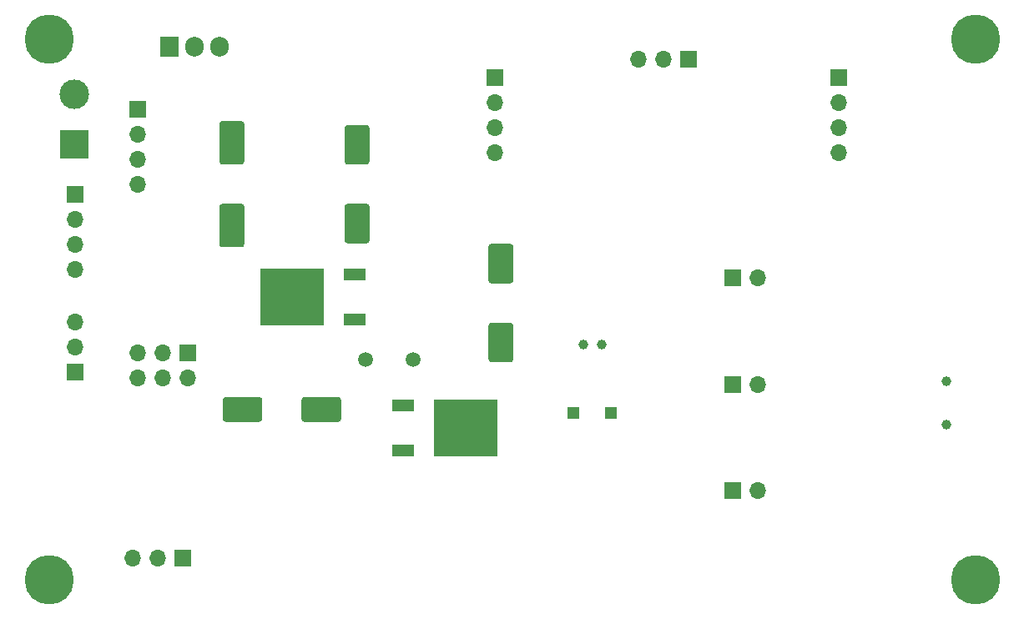
<source format=gbs>
G04 #@! TF.GenerationSoftware,KiCad,Pcbnew,(5.1.10)-1*
G04 #@! TF.CreationDate,2021-09-04T13:32:15+03:00*
G04 #@! TF.ProjectId,amp_control_board,616d705f-636f-46e7-9472-6f6c5f626f61,rev?*
G04 #@! TF.SameCoordinates,Original*
G04 #@! TF.FileFunction,Soldermask,Bot*
G04 #@! TF.FilePolarity,Negative*
%FSLAX46Y46*%
G04 Gerber Fmt 4.6, Leading zero omitted, Abs format (unit mm)*
G04 Created by KiCad (PCBNEW (5.1.10)-1) date 2021-09-04 13:32:15*
%MOMM*%
%LPD*%
G01*
G04 APERTURE LIST*
%ADD10C,1.000000*%
%ADD11C,5.000000*%
%ADD12O,1.700000X1.700000*%
%ADD13R,1.700000X1.700000*%
%ADD14R,3.000000X3.000000*%
%ADD15C,3.000000*%
%ADD16R,2.200000X1.200000*%
%ADD17R,6.400000X5.800000*%
%ADD18R,1.905000X2.000000*%
%ADD19O,1.905000X2.000000*%
%ADD20C,1.500000*%
%ADD21R,1.200000X1.200000*%
G04 APERTURE END LIST*
D10*
X221107000Y-103845000D03*
X221107000Y-108245000D03*
D11*
X224028000Y-123952000D03*
X130048000Y-123952000D03*
X224028000Y-69088000D03*
X130048000Y-69088000D03*
D12*
X138557000Y-121793000D03*
X141097000Y-121793000D03*
D13*
X143637000Y-121793000D03*
G36*
G01*
X176895000Y-93885000D02*
X174895000Y-93885000D01*
G75*
G02*
X174645000Y-93635000I0J250000D01*
G01*
X174645000Y-90135000D01*
G75*
G02*
X174895000Y-89885000I250000J0D01*
G01*
X176895000Y-89885000D01*
G75*
G02*
X177145000Y-90135000I0J-250000D01*
G01*
X177145000Y-93635000D01*
G75*
G02*
X176895000Y-93885000I-250000J0D01*
G01*
G37*
G36*
G01*
X176895000Y-101885000D02*
X174895000Y-101885000D01*
G75*
G02*
X174645000Y-101635000I0J250000D01*
G01*
X174645000Y-98135000D01*
G75*
G02*
X174895000Y-97885000I250000J0D01*
G01*
X176895000Y-97885000D01*
G75*
G02*
X177145000Y-98135000I0J-250000D01*
G01*
X177145000Y-101635000D01*
G75*
G02*
X176895000Y-101885000I-250000J0D01*
G01*
G37*
G36*
G01*
X151670000Y-105680000D02*
X151670000Y-107680000D01*
G75*
G02*
X151420000Y-107930000I-250000J0D01*
G01*
X147920000Y-107930000D01*
G75*
G02*
X147670000Y-107680000I0J250000D01*
G01*
X147670000Y-105680000D01*
G75*
G02*
X147920000Y-105430000I250000J0D01*
G01*
X151420000Y-105430000D01*
G75*
G02*
X151670000Y-105680000I0J-250000D01*
G01*
G37*
G36*
G01*
X159670000Y-105680000D02*
X159670000Y-107680000D01*
G75*
G02*
X159420000Y-107930000I-250000J0D01*
G01*
X155920000Y-107930000D01*
G75*
G02*
X155670000Y-107680000I0J250000D01*
G01*
X155670000Y-105680000D01*
G75*
G02*
X155920000Y-105430000I250000J0D01*
G01*
X159420000Y-105430000D01*
G75*
G02*
X159670000Y-105680000I0J-250000D01*
G01*
G37*
G36*
G01*
X160290000Y-85820000D02*
X162290000Y-85820000D01*
G75*
G02*
X162540000Y-86070000I0J-250000D01*
G01*
X162540000Y-89570000D01*
G75*
G02*
X162290000Y-89820000I-250000J0D01*
G01*
X160290000Y-89820000D01*
G75*
G02*
X160040000Y-89570000I0J250000D01*
G01*
X160040000Y-86070000D01*
G75*
G02*
X160290000Y-85820000I250000J0D01*
G01*
G37*
G36*
G01*
X160290000Y-77820000D02*
X162290000Y-77820000D01*
G75*
G02*
X162540000Y-78070000I0J-250000D01*
G01*
X162540000Y-81570000D01*
G75*
G02*
X162290000Y-81820000I-250000J0D01*
G01*
X160290000Y-81820000D01*
G75*
G02*
X160040000Y-81570000I0J250000D01*
G01*
X160040000Y-78070000D01*
G75*
G02*
X160290000Y-77820000I250000J0D01*
G01*
G37*
G36*
G01*
X147590000Y-85820000D02*
X149590000Y-85820000D01*
G75*
G02*
X149840000Y-86070000I0J-250000D01*
G01*
X149840000Y-89970000D01*
G75*
G02*
X149590000Y-90220000I-250000J0D01*
G01*
X147590000Y-90220000D01*
G75*
G02*
X147340000Y-89970000I0J250000D01*
G01*
X147340000Y-86070000D01*
G75*
G02*
X147590000Y-85820000I250000J0D01*
G01*
G37*
G36*
G01*
X147590000Y-77420000D02*
X149590000Y-77420000D01*
G75*
G02*
X149840000Y-77670000I0J-250000D01*
G01*
X149840000Y-81570000D01*
G75*
G02*
X149590000Y-81820000I-250000J0D01*
G01*
X147590000Y-81820000D01*
G75*
G02*
X147340000Y-81570000I0J250000D01*
G01*
X147340000Y-77670000D01*
G75*
G02*
X147590000Y-77420000I250000J0D01*
G01*
G37*
D12*
X189865000Y-71120000D03*
X192405000Y-71120000D03*
D13*
X194945000Y-71120000D03*
D12*
X132715000Y-92456000D03*
X132715000Y-89916000D03*
X132715000Y-87376000D03*
D13*
X132715000Y-84836000D03*
D14*
X132588000Y-79756000D03*
D15*
X132588000Y-74676000D03*
D13*
X139065000Y-76200000D03*
D12*
X139065000Y-78740000D03*
X139065000Y-81280000D03*
X139065000Y-83820000D03*
D13*
X144145000Y-100965000D03*
D12*
X144145000Y-103505000D03*
X141605000Y-100965000D03*
X141605000Y-103505000D03*
X139065000Y-100965000D03*
X139065000Y-103505000D03*
D13*
X132715000Y-102870000D03*
D12*
X132715000Y-100330000D03*
X132715000Y-97790000D03*
D13*
X210185000Y-73025000D03*
D12*
X210185000Y-75565000D03*
X210185000Y-78105000D03*
X210185000Y-80645000D03*
X175260000Y-80645000D03*
X175260000Y-78105000D03*
X175260000Y-75565000D03*
D13*
X175260000Y-73025000D03*
X199390000Y-93345000D03*
D12*
X201930000Y-93345000D03*
X201930000Y-104140000D03*
D13*
X199390000Y-104140000D03*
X199390000Y-114935000D03*
D12*
X201930000Y-114935000D03*
D16*
X161045000Y-92970000D03*
X161045000Y-97530000D03*
D17*
X154745000Y-95250000D03*
D18*
X142240000Y-69850000D03*
D19*
X144780000Y-69850000D03*
X147320000Y-69850000D03*
D17*
X172280000Y-108585000D03*
D16*
X165980000Y-106305000D03*
X165980000Y-110865000D03*
D20*
X167005000Y-101600000D03*
X162125000Y-101600000D03*
D10*
X184216000Y-100061000D03*
X186116000Y-100061000D03*
D21*
X183266000Y-107061000D03*
X187066000Y-107061000D03*
M02*

</source>
